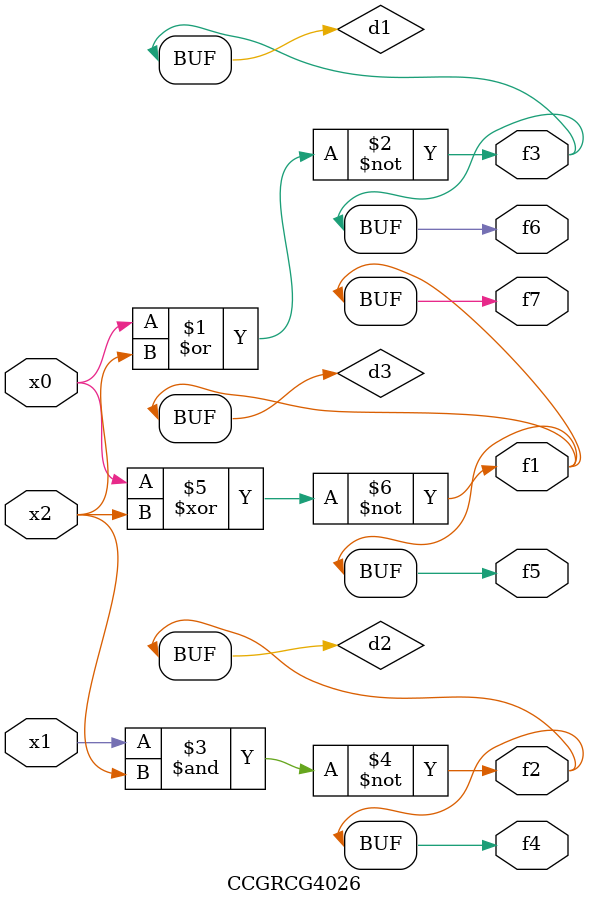
<source format=v>
module CCGRCG4026(
	input x0, x1, x2,
	output f1, f2, f3, f4, f5, f6, f7
);

	wire d1, d2, d3;

	nor (d1, x0, x2);
	nand (d2, x1, x2);
	xnor (d3, x0, x2);
	assign f1 = d3;
	assign f2 = d2;
	assign f3 = d1;
	assign f4 = d2;
	assign f5 = d3;
	assign f6 = d1;
	assign f7 = d3;
endmodule

</source>
